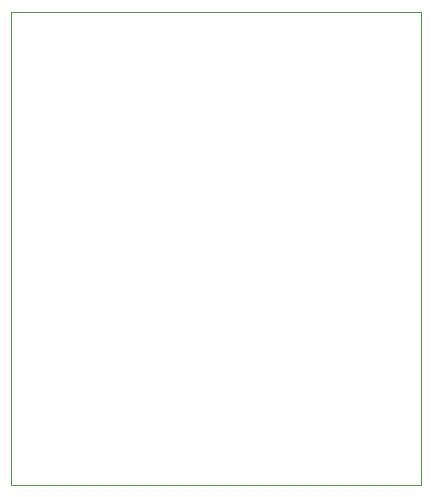
<source format=gm1>
G04 #@! TF.GenerationSoftware,KiCad,Pcbnew,6.0.2-378541a8eb~116~ubuntu21.10.1*
G04 #@! TF.CreationDate,2022-03-03T13:54:26+01:00*
G04 #@! TF.ProjectId,test,74657374-2e6b-4696-9361-645f70636258,rev?*
G04 #@! TF.SameCoordinates,Original*
G04 #@! TF.FileFunction,Profile,NP*
%FSLAX46Y46*%
G04 Gerber Fmt 4.6, Leading zero omitted, Abs format (unit mm)*
G04 Created by KiCad (PCBNEW 6.0.2-378541a8eb~116~ubuntu21.10.1) date 2022-03-03 13:54:26*
%MOMM*%
%LPD*%
G01*
G04 APERTURE LIST*
G04 #@! TA.AperFunction,Profile*
%ADD10C,0.100000*%
G04 #@! TD*
G04 APERTURE END LIST*
D10*
X114860000Y-76840000D02*
X149554000Y-76840000D01*
X149554000Y-76840000D02*
X149554000Y-116840000D01*
X149554000Y-116840000D02*
X114860000Y-116840000D01*
X114860000Y-116840000D02*
X114860000Y-76840000D01*
M02*

</source>
